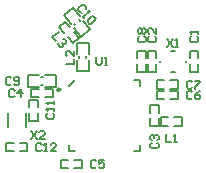
<source format=gto>
G04 Layer_Color=65535*
%FSLAX24Y24*%
%MOIN*%
G70*
G01*
G75*
%ADD26C,0.0060*%
%ADD33C,0.0098*%
%ADD34C,0.0079*%
D26*
X-783Y2631D02*
X-482Y2884D01*
X-1378Y3340D02*
X-1076Y3593D01*
X-842Y3314D01*
X-716Y3163D02*
X-482Y2884D01*
X-1378Y3340D02*
X-1144Y3061D01*
X-1017Y2910D02*
X-783Y2631D01*
X-1078Y2412D02*
X-866Y2589D01*
X-1533Y2955D02*
X-1322Y3132D01*
X-1157Y2936D01*
X-1031Y2785D02*
X-866Y2589D01*
X-1533Y2955D02*
X-1369Y2759D01*
X-1242Y2608D02*
X-1078Y2412D01*
X-937Y1489D02*
Y1854D01*
Y2050D02*
Y2415D01*
X-543Y1489D02*
Y1854D01*
Y2050D02*
Y2415D01*
X-937Y1489D02*
X-543Y1489D01*
X-937Y2415D02*
X-543Y2415D01*
X-2518Y-174D02*
X-2242D01*
X-2518Y534D02*
X-2242D01*
Y278D02*
Y534D01*
Y-174D02*
Y82D01*
X-2518Y278D02*
Y534D01*
Y-174D02*
Y82D01*
X-3294Y-1198D02*
Y-922D01*
X-2586Y-1198D02*
Y-922D01*
X-2842Y-1198D02*
X-2586D01*
X-3294D02*
X-3038D01*
X-2842Y-922D02*
X-2586D01*
X-3294D02*
X-3038D01*
X-2563Y953D02*
Y1347D01*
X-1637Y953D02*
Y1347D01*
X-2002Y953D02*
X-1637D01*
X-2563D02*
X-2198D01*
X-2002Y1347D02*
X-1637D01*
X-2563D02*
X-2198D01*
X2308Y-338D02*
X2564D01*
X1856D02*
X2112D01*
X2308Y-62D02*
X2564D01*
X1856D02*
X2112D01*
X1856Y-338D02*
Y-62D01*
X2564Y-338D02*
Y-62D01*
X1082Y2164D02*
X1358D01*
X1082Y1456D02*
X1358D01*
X1082D02*
Y1712D01*
Y1908D02*
Y2164D01*
X1358Y1456D02*
Y1712D01*
Y1908D02*
Y2164D01*
X2434Y892D02*
Y1168D01*
X1726Y892D02*
Y1168D01*
X1982D01*
X2178D02*
X2434D01*
X1726Y892D02*
X1982D01*
X2178D02*
X2434D01*
X1726Y542D02*
Y818D01*
X2434Y542D02*
Y818D01*
X2178Y542D02*
X2434D01*
X1726D02*
X1982D01*
X2178Y818D02*
X2434D01*
X1726D02*
X1982D01*
X-1474Y-1748D02*
Y-1472D01*
X-766Y-1748D02*
Y-1472D01*
X-1022Y-1748D02*
X-766D01*
X-1474D02*
X-1218D01*
X-1022Y-1472D02*
X-766D01*
X-1474D02*
X-1218D01*
X-2454Y602D02*
Y878D01*
X-1746Y602D02*
Y878D01*
X-2002Y602D02*
X-1746D01*
X-2454D02*
X-2198D01*
X-2002Y878D02*
X-1746D01*
X-2454D02*
X-2198D01*
X1512Y-354D02*
X1788D01*
X1512Y354D02*
X1788D01*
Y98D02*
Y354D01*
Y-354D02*
Y-98D01*
X1512Y98D02*
Y354D01*
Y-354D02*
Y-98D01*
X1432Y2164D02*
X1708D01*
X1432Y1456D02*
X1708D01*
X1432D02*
Y1712D01*
Y1908D02*
Y2164D01*
X1708Y1456D02*
Y1712D01*
Y1908D02*
Y2164D01*
X2832Y1456D02*
X3108D01*
X2832Y2164D02*
X3108D01*
Y1908D02*
Y2164D01*
Y1456D02*
Y1712D01*
X2832Y1908D02*
Y2164D01*
Y1456D02*
Y1712D01*
X2695Y1786D02*
Y1834D01*
X2207Y1464D02*
X2333D01*
X1845Y1786D02*
Y1834D01*
X2207Y2156D02*
X2333D01*
X-632Y3547D02*
X-626Y3610D01*
X-684Y3679D01*
X-748Y3685D01*
X-886Y3569D01*
X-891Y3506D01*
X-833Y3437D01*
X-770Y3431D01*
X-746Y3333D02*
X-689Y3264D01*
X-718Y3299D01*
X-511Y3472D01*
X-574Y3478D01*
X-430Y3306D02*
X-366Y3300D01*
X-308Y3231D01*
X-314Y3168D01*
X-452Y3052D01*
X-515Y3058D01*
X-573Y3126D01*
X-567Y3190D01*
X-430Y3306D01*
X-1543Y2783D02*
X-1750Y2610D01*
X-1634Y2472D01*
X-1404Y2548D02*
X-1341Y2542D01*
X-1283Y2473D01*
X-1289Y2410D01*
X-1323Y2381D01*
X-1386Y2387D01*
X-1415Y2421D01*
X-1386Y2387D01*
X-1392Y2323D01*
X-1426Y2294D01*
X-1490Y2300D01*
X-1548Y2369D01*
X-1542Y2432D01*
X-1300Y1702D02*
X-1030D01*
Y1882D01*
Y2152D02*
Y1972D01*
X-1210Y2152D01*
X-1255D01*
X-1300Y2107D01*
Y2017D01*
X-1255Y1972D01*
X-3013Y827D02*
X-3058Y872D01*
X-3148D01*
X-3193Y827D01*
Y647D01*
X-3148Y602D01*
X-3058D01*
X-3013Y647D01*
X-2788Y602D02*
Y872D01*
X-2923Y737D01*
X-2743D01*
X-293Y-1520D02*
X-338Y-1475D01*
X-428D01*
X-472Y-1520D01*
Y-1700D01*
X-428Y-1745D01*
X-338D01*
X-293Y-1700D01*
X-23Y-1475D02*
X-203D01*
Y-1610D01*
X-113Y-1565D01*
X-68D01*
X-23Y-1610D01*
Y-1700D01*
X-68Y-1745D01*
X-158D01*
X-203Y-1700D01*
X2907Y1120D02*
X2862Y1165D01*
X2772D01*
X2728Y1120D01*
Y940D01*
X2772Y895D01*
X2862D01*
X2907Y940D01*
X2997Y1165D02*
X3177D01*
Y1120D01*
X2997Y940D01*
Y895D01*
X2883Y2635D02*
X2838Y2590D01*
Y2500D01*
X2883Y2455D01*
X3063D01*
X3108Y2500D01*
Y2590D01*
X3063Y2635D01*
X3108Y2725D02*
Y2815D01*
Y2770D01*
X2838D01*
X2883Y2725D01*
X2080Y2560D02*
X2260Y2290D01*
Y2560D02*
X2080Y2290D01*
X2350D02*
X2440D01*
X2395D01*
Y2560D01*
X2350Y2515D01*
X1133Y2635D02*
X1088Y2590D01*
Y2500D01*
X1133Y2455D01*
X1313D01*
X1358Y2500D01*
Y2590D01*
X1313Y2635D01*
X1133Y2725D02*
X1088Y2770D01*
Y2860D01*
X1133Y2905D01*
X1178D01*
X1223Y2860D01*
X1268Y2905D01*
X1313D01*
X1358Y2860D01*
Y2770D01*
X1313Y2725D01*
X1268D01*
X1223Y2770D01*
X1178Y2725D01*
X1133D01*
X1223Y2770D02*
Y2860D01*
X-3123Y1237D02*
X-3168Y1282D01*
X-3258D01*
X-3303Y1237D01*
Y1057D01*
X-3258Y1012D01*
X-3168D01*
X-3123Y1057D01*
X-3033D02*
X-2988Y1012D01*
X-2898D01*
X-2853Y1057D01*
Y1237D01*
X-2898Y1282D01*
X-2988D01*
X-3033Y1237D01*
Y1192D01*
X-2988Y1147D01*
X-2853D01*
X2907Y770D02*
X2862Y815D01*
X2772D01*
X2728Y770D01*
Y590D01*
X2772Y545D01*
X2862D01*
X2907Y590D01*
X3177Y815D02*
X3087Y770D01*
X2997Y680D01*
Y590D01*
X3042Y545D01*
X3132D01*
X3177Y590D01*
Y635D01*
X3132Y680D01*
X2997D01*
X1483Y2635D02*
X1438Y2590D01*
Y2500D01*
X1483Y2455D01*
X1663D01*
X1708Y2500D01*
Y2590D01*
X1663Y2635D01*
X1708Y2905D02*
Y2725D01*
X1528Y2905D01*
X1483D01*
X1438Y2860D01*
Y2770D01*
X1483Y2725D01*
X-282Y1965D02*
Y1740D01*
X-238Y1695D01*
X-148D01*
X-103Y1740D01*
Y1965D01*
X-13Y1695D02*
X77D01*
X32D01*
Y1965D01*
X-13Y1920D01*
X2027Y-628D02*
Y-898D01*
X2207D01*
X2297D02*
X2387D01*
X2342D01*
Y-628D01*
X2297Y-673D01*
X1562Y-918D02*
X1518Y-963D01*
Y-1053D01*
X1562Y-1098D01*
X1742D01*
X1787Y-1053D01*
Y-963D01*
X1742Y-918D01*
X1562Y-828D02*
X1518Y-783D01*
Y-693D01*
X1562Y-648D01*
X1607D01*
X1652Y-693D01*
Y-738D01*
Y-693D01*
X1697Y-648D01*
X1742D01*
X1787Y-693D01*
Y-783D01*
X1742Y-828D01*
X-2460Y-510D02*
X-2280Y-780D01*
Y-510D02*
X-2460Y-780D01*
X-2010D02*
X-2190D01*
X-2010Y-600D01*
Y-555D01*
X-2055Y-510D01*
X-2145D01*
X-2190Y-555D01*
X-2113Y-973D02*
X-2158Y-928D01*
X-2248D01*
X-2293Y-973D01*
Y-1153D01*
X-2248Y-1198D01*
X-2158D01*
X-2113Y-1153D01*
X-2023Y-1198D02*
X-1933D01*
X-1978D01*
Y-928D01*
X-2023Y-973D01*
X-1618Y-1198D02*
X-1798D01*
X-1618Y-1018D01*
Y-973D01*
X-1663Y-928D01*
X-1753D01*
X-1798Y-973D01*
X-1908Y72D02*
X-1952Y27D01*
Y-63D01*
X-1908Y-108D01*
X-1728D01*
X-1683Y-63D01*
Y27D01*
X-1728Y72D01*
X-1683Y162D02*
Y252D01*
Y207D01*
X-1952D01*
X-1908Y162D01*
X-1683Y387D02*
Y477D01*
Y432D01*
X-1952D01*
X-1908Y387D01*
D33*
X-1486Y866D02*
G03*
X-1486Y866I-49J0D01*
G01*
D34*
X-865Y3218D02*
X-814Y3158D01*
X-1045Y3066D02*
X-995Y3006D01*
X-858Y1991D02*
X-858Y1913D01*
X-622Y1913D02*
Y1991D01*
X-3235Y-386D02*
Y86D01*
X-2645Y-386D02*
Y86D01*
X-2139Y1032D02*
X-2061D01*
X-2139Y1268D02*
X-2061D01*
X-1181Y-1181D02*
Y-984D01*
Y-1181D02*
X-984D01*
X984D02*
X1181D01*
Y-984D01*
Y984D02*
Y1181D01*
X984D02*
X1181D01*
X-1181Y984D02*
X-984Y1181D01*
M02*

</source>
